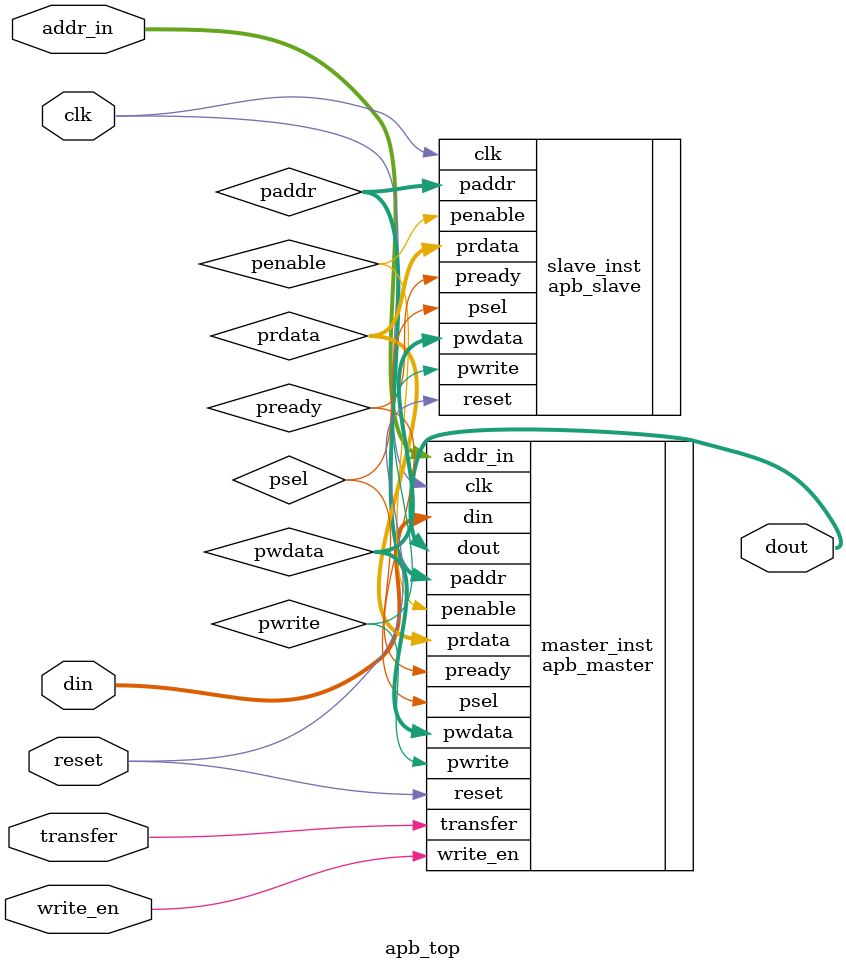
<source format=v>
module apb_top (
    input clk,
    input reset,
    input transfer,
    input write_en,
    input [7:0] din,
    input [7:0] addr_in,
    output [7:0] dout        
);

  
    wire psel, penable, pwrite, pready;
    wire [7:0] pwdata, paddr, prdata;


    apb_master master_inst (
        .clk(clk),
        .reset(reset),
        .transfer(transfer),
        .write_en(write_en),
        .pready(pready),
        .prdata(prdata),
        .din(din),
        .addr_in(addr_in),
        .psel(psel),
        .penable(penable),
        .pwrite(pwrite),
        .pwdata(pwdata),
        .paddr(paddr),
        .dout(dout)              
    );

 
    apb_slave slave_inst (
        .clk(clk),
        .reset(reset),
        .psel(psel),
        .penable(penable),
        .pwrite(pwrite),
        .paddr(paddr),
        .pwdata(pwdata),
        .prdata(prdata),
        .pready(pready)
    );

endmodule

</source>
